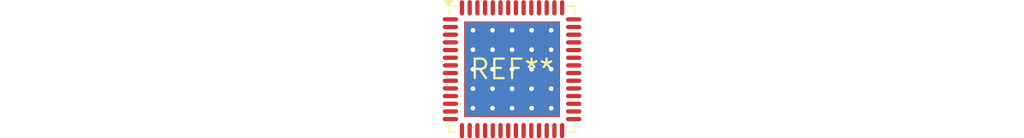
<source format=kicad_pcb>
(kicad_pcb (version 20240108) (generator pcbnew)
  (layers (0 "F.Cu" signal) (31 "B.Cu" signal) (34 "B.Paste" user) (35 "F.Paste" user) (36 "B.SilkS" user "B.Silkscreen") (37 "F.SilkS" user "F.Silkscreen") (38 "B.Mask" user) (39 "F.Mask" user) (44 "Edge.Cuts" user))
  (net 0 "")
  (footprint "Cypress_QFN-56-1EP_8x8mm_P0.5mm_EP6.22x6.22mm_ThermalVias" (layer "F.Cu") (at 0 0)
    (property "Reference" "REF**")
    (property "Value" "Cypress_QFN-56-1EP_8x8mm_P0.5mm_EP6.22x6.22mm_ThermalVias")
    (fp_line (start -4.11 -3.65) (end -4.11 -3.88) (layer "F.SilkS") (stroke (width 0.12)))
    (fp_line (start -4.11 4.11) (end -4.11 3.65) (layer "F.SilkS") (stroke (width 0.12)))
    (fp_line (start -4.11 4.11) (end -3.65 4.11) (layer "F.SilkS") (stroke (width 0.12)))
    (fp_line (start -3.65 -4.11) (end -3.82 -4.11) (layer "F.SilkS") (stroke (width 0.12)))
    (fp_line (start 3.65 -4.11) (end 4.11 -4.11) (layer "F.SilkS") (stroke (width 0.12)))
    (fp_line (start 4.11 -4.11) (end 4.11 -3.65) (layer "F.SilkS") (stroke (width 0.12)))
    (fp_line (start 4.11 3.65) (end 4.11 4.11) (layer "F.SilkS") (stroke (width 0.12)))
    (fp_line (start 4.11 4.11) (end 3.65 4.11) (layer "F.SilkS") (stroke (width 0.12)))
    (fp_poly (pts (xy -4.12 -4.12) (xy -4.36 -4.45) (xy -3.88 -4.45) (xy -4.12 -4.12)) (layer "F.SilkS") (stroke (width 0.12)) (fill solid))
    (pad "1" smd oval (at -4 -3.25) (size 1 0.28) (layers "F.Cu" "F.Paste" "F.Mask"))
    (pad "2" smd oval (at -4 -2.75) (size 1 0.28) (layers "F.Cu" "F.Paste" "F.Mask"))
    (pad "3" smd oval (at -4 -2.25) (size 1 0.28) (layers "F.Cu" "F.Paste" "F.Mask"))
    (pad "4" smd oval (at -4 -1.75) (size 1 0.28) (layers "F.Cu" "F.Paste" "F.Mask"))
    (pad "5" smd oval (at -4 -1.25) (size 1 0.28) (layers "F.Cu" "F.Paste" "F.Mask"))
    (pad "6" smd oval (at -4 -0.75) (size 1 0.28) (layers "F.Cu" "F.Paste" "F.Mask"))
    (pad "7" smd oval (at -4 -0.25) (size 1 0.28) (layers "F.Cu" "F.Paste" "F.Mask"))
    (pad "8" smd oval (at -4 0.25) (size 1 0.28) (layers "F.Cu" "F.Paste" "F.Mask"))
    (pad "9" smd oval (at -4 0.75) (size 1 0.28) (layers "F.Cu" "F.Paste" "F.Mask"))
    (pad "10" smd oval (at -4 1.25) (size 1 0.28) (layers "F.Cu" "F.Paste" "F.Mask"))
    (pad "11" smd oval (at -4 1.75) (size 1 0.28) (layers "F.Cu" "F.Paste" "F.Mask"))
    (pad "12" smd oval (at -4 2.25) (size 1 0.28) (layers "F.Cu" "F.Paste" "F.Mask"))
    (pad "13" smd oval (at -4 2.75) (size 1 0.28) (layers "F.Cu" "F.Paste" "F.Mask"))
    (pad "14" smd oval (at -4 3.25) (size 1 0.28) (layers "F.Cu" "F.Paste" "F.Mask"))
    (pad "15" smd oval (at -3.25 4) (size 0.28 1) (layers "F.Cu" "F.Paste" "F.Mask"))
    (pad "16" smd oval (at -2.75 4) (size 0.28 1) (layers "F.Cu" "F.Paste" "F.Mask"))
    (pad "17" smd oval (at -2.25 4) (size 0.28 1) (layers "F.Cu" "F.Paste" "F.Mask"))
    (pad "18" smd oval (at -1.75 4) (size 0.28 1) (layers "F.Cu" "F.Paste" "F.Mask"))
    (pad "19" smd oval (at -1.25 4) (size 0.28 1) (layers "F.Cu" "F.Paste" "F.Mask"))
    (pad "20" smd oval (at -0.75 4) (size 0.28 1) (layers "F.Cu" "F.Paste" "F.Mask"))
    (pad "21" smd oval (at -0.25 4) (size 0.28 1) (layers "F.Cu" "F.Paste" "F.Mask"))
    (pad "22" smd oval (at 0.25 4) (size 0.28 1) (layers "F.Cu" "F.Paste" "F.Mask"))
    (pad "23" smd oval (at 0.75 4) (size 0.28 1) (layers "F.Cu" "F.Paste" "F.Mask"))
    (pad "24" smd oval (at 1.25 4) (size 0.28 1) (layers "F.Cu" "F.Paste" "F.Mask"))
    (pad "25" smd oval (at 1.75 4) (size 0.28 1) (layers "F.Cu" "F.Paste" "F.Mask"))
    (pad "26" smd oval (at 2.25 4) (size 0.28 1) (layers "F.Cu" "F.Paste" "F.Mask"))
    (pad "27" smd oval (at 2.75 4) (size 0.28 1) (layers "F.Cu" "F.Paste" "F.Mask"))
    (pad "28" smd oval (at 3.25 4) (size 0.28 1) (layers "F.Cu" "F.Paste" "F.Mask"))
    (pad "29" smd oval (at 4 3.25) (size 1 0.28) (layers "F.Cu" "F.Paste" "F.Mask"))
    (pad "30" smd oval (at 4 2.75) (size 1 0.28) (layers "F.Cu" "F.Paste" "F.Mask"))
    (pad "31" smd oval (at 4 2.25) (size 1 0.28) (layers "F.Cu" "F.Paste" "F.Mask"))
    (pad "32" smd oval (at 4 1.75) (size 1 0.28) (layers "F.Cu" "F.Paste" "F.Mask"))
    (pad "33" smd oval (at 4 1.25) (size 1 0.28) (layers "F.Cu" "F.Paste" "F.Mask"))
    (pad "34" smd oval (at 4 0.75) (size 1 0.28) (layers "F.Cu" "F.Paste" "F.Mask"))
    (pad "35" smd oval (at 4 0.25) (size 1 0.28) (layers "F.Cu" "F.Paste" "F.Mask"))
    (pad "36" smd oval (at 4 -0.25) (size 1 0.28) (layers "F.Cu" "F.Paste" "F.Mask"))
    (pad "37" smd oval (at 4 -0.75) (size 1 0.28) (layers "F.Cu" "F.Paste" "F.Mask"))
    (pad "38" smd oval (at 4 -1.25) (size 1 0.28) (layers "F.Cu" "F.Paste" "F.Mask"))
    (pad "39" smd oval (at 4 -1.75) (size 1 0.28) (layers "F.Cu" "F.Paste" "F.Mask"))
    (pad "40" smd oval (at 4 -2.25) (size 1 0.28) (layers "F.Cu" "F.Paste" "F.Mask"))
    (pad "41" smd oval (at 4 -2.75) (size 1 0.28) (layers "F.Cu" "F.Paste" "F.Mask"))
    (pad "42" smd oval (at 4 -3.25) (size 1 0.28) (layers "F.Cu" "F.Paste" "F.Mask"))
    (pad "43" smd oval (at 3.25 -4) (size 0.28 1) (layers "F.Cu" "F.Paste" "F.Mask"))
    (pad "44" smd oval (at 2.75 -4) (size 0.28 1) (layers "F.Cu" "F.Paste" "F.Mask"))
    (pad "45" smd oval (at 2.25 -4) (size 0.28 1) (layers "F.Cu" "F.Paste" "F.Mask"))
    (pad "46" smd oval (at 1.75 -4) (size 0.28 1) (layers "F.Cu" "F.Paste" "F.Mask"))
    (pad "47" smd oval (at 1.25 -4) (size 0.28 1) (layers "F.Cu" "F.Paste" "F.Mask"))
    (pad "48" smd oval (at 0.75 -4) (size 0.28 1) (layers "F.Cu" "F.Paste" "F.Mask"))
    (pad "49" smd oval (at 0.25 -4) (size 0.28 1) (layers "F.Cu" "F.Paste" "F.Mask"))
    (pad "50" smd oval (at -0.25 -4) (size 0.28 1) (layers "F.Cu" "F.Paste" "F.Mask"))
    (pad "51" smd oval (at -0.75 -4) (size 0.28 1) (layers "F.Cu" "F.Paste" "F.Mask"))
    (pad "52" smd oval (at -1.25 -4) (size 0.28 1) (layers "F.Cu" "F.Paste" "F.Mask"))
    (pad "53" smd oval (at -1.75 -4) (size 0.28 1) (layers "F.Cu" "F.Paste" "F.Mask"))
    (pad "54" smd oval (at -2.25 -4) (size 0.28 1) (layers "F.Cu" "F.Paste" "F.Mask"))
    (pad "55" smd oval (at -2.75 -4) (size 0.28 1) (layers "F.Cu" "F.Paste" "F.Mask"))
    (pad "56" smd oval (at -3.25 -4) (size 0.28 1) (layers "F.Cu" "F.Paste" "F.Mask"))
    (pad "57" thru_hole circle (at -2.54 -2.54) (size 0.6 0.6) (drill 0.3) (layers *.Cu) (remove_unused_layers))
    (pad "57" thru_hole circle (at -2.54 -1.27) (size 0.6 0.6) (drill 0.3) (layers *.Cu) (remove_unused_layers))
    (pad "57" thru_hole circle (at -2.54 0) (size 0.6 0.6) (drill 0.3) (layers *.Cu) (remove_unused_layers))
    (pad "57" thru_hole circle (at -2.54 1.27) (size 0.6 0.6) (drill 0.3) (layers *.Cu) (remove_unused_layers))
    (pad "57" thru_hole circle (at -2.54 2.54) (size 0.6 0.6) (drill 0.3) (layers *.Cu) (remove_unused_layers))
    (pad "57" thru_hole circle (at -1.27 -2.54) (size 0.6 0.6) (drill 0.3) (layers *.Cu) (remove_unused_layers))
    (pad "57" thru_hole circle (at -1.27 -1.27) (size 0.6 0.6) (drill 0.3) (layers *.Cu) (remove_unused_layers))
    (pad "57" thru_hole circle (at -1.27 0) (size 0.6 0.6) (drill 0.3) (layers *.Cu) (remove_unused_layers))
    (pad "57" thru_hole circle (at -1.27 1.27) (size 0.6 0.6) (drill 0.3) (layers *.Cu) (remove_unused_layers))
    (pad "57" thru_hole circle (at -1.27 2.54) (size 0.6 0.6) (drill 0.3) (layers *.Cu) (remove_unused_layers))
    (pad "57" thru_hole circle (at 0 -2.54) (size 0.6 0.6) (drill 0.3) (layers *.Cu) (remove_unused_layers))
    (pad "57" thru_hole circle (at 0 -1.27) (size 0.6 0.6) (drill 0.3) (layers *.Cu) (remove_unused_layers))
    (pad "57" thru_hole circle (at 0 0) (size 0.6 0.6) (drill 0.3) (layers *.Cu) (remove_unused_layers))
    (pad "57" smd rect (at 0 0) (size 6.1 6.1) (layers "B.Cu"))
    (pad "57" smd rect (at 0 0) (size 6.22 6.22) (layers "F.Cu"))
    (pad "57" thru_hole circle (at 0 1.27) (size 0.6 0.6) (drill 0.3) (layers *.Cu) (remove_unused_layers))
    (pad "57" thru_hole circle (at 0 2.54) (size 0.6 0.6) (drill 0.3) (layers *.Cu) (remove_unused_layers))
    (pad "57" thru_hole circle (at 1.27 -2.54) (size 0.6 0.6) (drill 0.3) (layers *.Cu) (remove_unused_layers))
    (pad "57" thru_hole circle (at 1.27 -1.27) (size 0.6 0.6) (drill 0.3) (layers *.Cu) (remove_unused_layers))
    (pad "57" thru_hole circle (at 1.27 0) (size 0.6 0.6) (drill 0.3) (layers *.Cu) (remove_unused_layers))
    (pad "57" thru_hole circle (at 1.27 1.27) (size 0.6 0.6) (drill 0.3) (layers *.Cu) (remove_unused_layers))
    (pad "57" thru_hole circle (at 1.27 2.54) (size 0.6 0.6) (drill 0.3) (layers *.Cu) (remove_unused_layers))
    (pad "57" thru_hole circle (at 2.54 -2.54) (size 0.6 0.6) (drill 0.3) (layers *.Cu) (remove_unused_layers))
    (pad "57" thru_hole circle (at 2.54 -1.27) (size 0.6 0.6) (drill 0.3) (layers *.Cu) (remove_unused_layers))
    (pad "57" thru_hole circle (at 2.54 0) (size 0.6 0.6) (drill 0.3) (layers *.Cu) (remove_unused_layers))
    (pad "57" thru_hole circle (at 2.54 1.27) (size 0.6 0.6) (drill 0.3) (layers *.Cu) (remove_unused_layers))
    (pad "57" thru_hole circle (at 2.54 2.54) (size 0.6 0.6) (drill 0.3) (layers *.Cu) (remove_unused_layers))
  )
)
</source>
